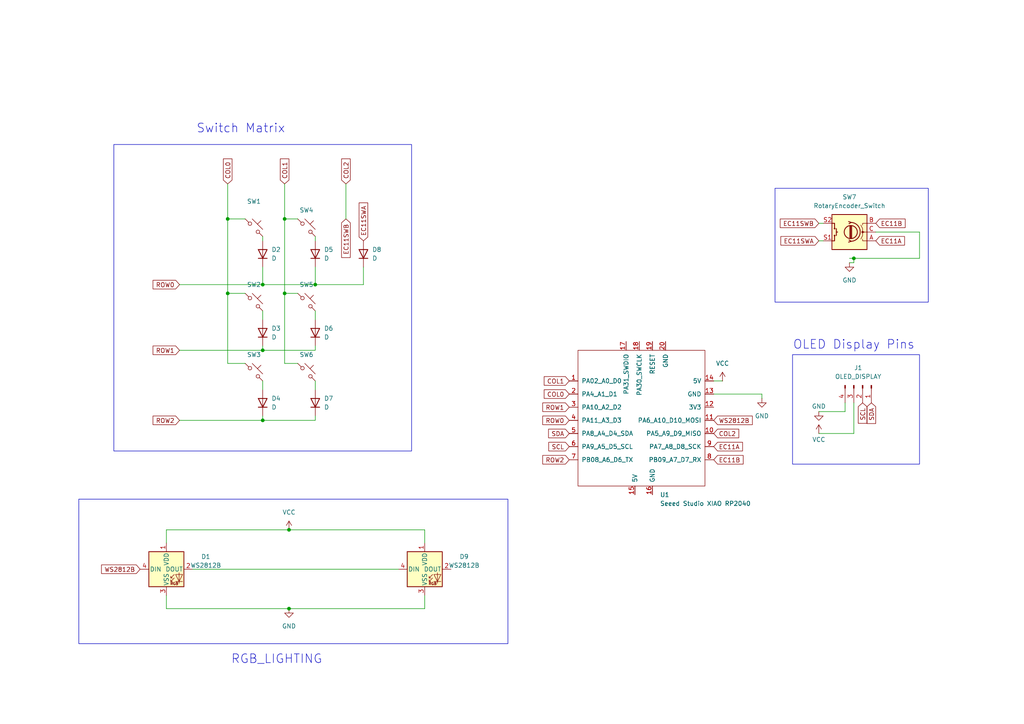
<source format=kicad_sch>
(kicad_sch (version 20250114) (generator "eeschema") (generator_version "9.0")
  (paper "A4")
  (lib_symbols
    (symbol "Connector:Conn_01x04_Pin" (pin_names (offset 1.016) (hide yes))
      (property "Reference" "J" (at 0 5.08 0))
      (property "Value" "Conn_01x04_Pin" (at 0 -7.62 0))
      (symbol "Conn_01x04_Pin_1_1"
        (rectangle (start 0.8636 2.667) (end 0 2.413) (stroke (width 0.1524)) (fill (type outline)))
        (rectangle (start 0.8636 0.127) (end 0 -0.127) (stroke (width 0.1524)) (fill (type outline)))
        (rectangle (start 0.8636 -2.413) (end 0 -2.667) (stroke (width 0.1524)) (fill (type outline)))
        (rectangle (start 0.8636 -4.953) (end 0 -5.207) (stroke (width 0.1524)) (fill (type outline)))
        (polyline (pts (xy 1.27 2.54) (xy 0.8636 2.54)) (stroke (width 0.1524)))
        (polyline (pts (xy 1.27 0) (xy 0.8636 0)) (stroke (width 0.1524)))
        (polyline (pts (xy 1.27 -2.54) (xy 0.8636 -2.54)) (stroke (width 0.1524)))
        (polyline (pts (xy 1.27 -5.08) (xy 0.8636 -5.08)) (stroke (width 0.1524)))
        (pin passive line (at 5.08 2.54 180) (length 3.81) (name "Pin_1") (number "1"))
        (pin passive line (at 5.08 0 180) (length 3.81) (name "Pin_2") (number "2"))
        (pin passive line (at 5.08 -2.54 180) (length 3.81) (name "Pin_3") (number "3"))
        (pin passive line (at 5.08 -5.08 180) (length 3.81) (name "Pin_4") (number "4"))
      )
    )
    (symbol "Device:D" (pin_numbers (hide yes)) (pin_names (offset 1.016) (hide yes))
      (property "Reference" "D" (at 0 2.54 0))
      (property "Value" "D" (at 0 -2.54 0))
      (symbol "D_0_1"
        (polyline (pts (xy -1.27 1.27) (xy -1.27 -1.27)) (stroke (width 0.254)))
        (polyline (pts (xy 1.27 1.27) (xy 1.27 -1.27) (xy -1.27 0) (xy 1.27 1.27)) (stroke (width 0.254)))
        (polyline (pts (xy 1.27 0) (xy -1.27 0)))
      )
      (symbol "D_1_1"
        (pin passive line (at -3.81 0 0) (length 2.54) (name "K") (number "1"))
        (pin passive line (at 3.81 0 180) (length 2.54) (name "A") (number "2"))
      )
    )
    (symbol "Device:RotaryEncoder_Switch" (pin_names (offset 0.254) (hide yes))
      (property "Reference" "SW" (at 0 6.604 0))
      (property "Value" "RotaryEncoder_Switch" (at 0 -6.604 0))
      (symbol "RotaryEncoder_Switch_0_1"
        (rectangle (start -5.08 5.08) (end 5.08 -5.08) (stroke (width 0.254)) (fill (type background)))
        (polyline (pts (xy -5.08 2.54) (xy -3.81 2.54) (xy -3.81 2.032)))
        (polyline (pts (xy -5.08 0) (xy -3.81 0) (xy -3.81 -1.016) (xy -3.302 -2.032)))
        (polyline (pts (xy -5.08 -2.54) (xy -3.81 -2.54) (xy -3.81 -2.032)))
        (polyline (pts (xy -4.318 0) (xy -3.81 0) (xy -3.81 1.016) (xy -3.302 2.032)))
        (circle (center -3.81 0) (radius 0.254) (fill (type outline)))
        (polyline (pts (xy -0.635 -1.778) (xy -0.635 1.778)) (stroke (width 0.254)))
        (circle (center -0.381 0) (radius 1.905) (stroke (width 0.254)))
        (polyline (pts (xy -0.381 -1.778) (xy -0.381 1.778)) (stroke (width 0.254)))
        (arc (start -0.381 -2.794) (mid -3.0988 -0.0635) (end -0.381 2.667) (stroke (width 0.254)))
        (polyline (pts (xy -0.127 1.778) (xy -0.127 -1.778)) (stroke (width 0.254)))
        (polyline (pts (xy 0.254 2.921) (xy -0.508 2.667) (xy 0.127 2.286)) (stroke (width 0.254)))
        (polyline (pts (xy 0.254 -3.048) (xy -0.508 -2.794) (xy 0.127 -2.413)) (stroke (width 0.254)))
        (polyline (pts (xy 3.81 1.016) (xy 3.81 -1.016)) (stroke (width 0.254)))
        (polyline (pts (xy 3.81 0) (xy 3.429 0)) (stroke (width 0.254)))
        (circle (center 4.318 1.016) (radius 0.127) (stroke (width 0.254)))
        (circle (center 4.318 -1.016) (radius 0.127) (stroke (width 0.254)))
        (polyline (pts (xy 5.08 2.54) (xy 4.318 2.54) (xy 4.318 1.016)) (stroke (width 0.254)))
        (polyline (pts (xy 5.08 -2.54) (xy 4.318 -2.54) (xy 4.318 -1.016)) (stroke (width 0.254)))
      )
      (symbol "RotaryEncoder_Switch_1_1"
        (pin passive line (at -7.62 2.54 0) (length 2.54) (name "A") (number "A"))
        (pin passive line (at -7.62 0 0) (length 2.54) (name "C") (number "C"))
        (pin passive line (at -7.62 -2.54 0) (length 2.54) (name "B") (number "B"))
        (pin passive line (at 7.62 2.54 180) (length 2.54) (name "S1") (number "S1"))
        (pin passive line (at 7.62 -2.54 180) (length 2.54) (name "S2") (number "S2"))
      )
    )
    (symbol "LED:WS2812B" (pin_names (offset 0.254))
      (property "Reference" "D" (at 5.08 5.715 0))
      (property "Value" "WS2812B" (at 1.27 -5.715 0))
      (symbol "WS2812B_0_0"
        (text "RGB" (at 2.286 -4.191 0) (effects (font (size 0.762 0.762))))
      )
      (symbol "WS2812B_0_1"
        (polyline (pts (xy 1.27 -2.54) (xy 1.778 -2.54)))
        (polyline (pts (xy 1.27 -3.556) (xy 1.778 -3.556)))
        (polyline (pts (xy 2.286 -1.524) (xy 1.27 -2.54) (xy 1.27 -2.032)))
        (polyline (pts (xy 2.286 -2.54) (xy 1.27 -3.556) (xy 1.27 -3.048)))
        (polyline (pts (xy 3.683 -1.016) (xy 3.683 -3.556) (xy 3.683 -4.064)))
        (polyline (pts (xy 4.699 -1.524) (xy 2.667 -1.524) (xy 3.683 -3.556) (xy 4.699 -1.524)))
        (polyline (pts (xy 4.699 -3.556) (xy 2.667 -3.556)))
        (rectangle (start 5.08 5.08) (end -5.08 -5.08) (stroke (width 0.254)) (fill (type background)))
      )
      (symbol "WS2812B_1_1"
        (pin input line (at -7.62 0 0) (length 2.54) (name "DIN") (number "4"))
        (pin power_in line (at 0 7.62 270) (length 2.54) (name "VDD") (number "1"))
        (pin power_in line (at 0 -7.62 90) (length 2.54) (name "VSS") (number "3"))
        (pin output line (at 7.62 0 180) (length 2.54) (name "DOUT") (number "2"))
      )
    )
    (symbol "Seeed_Studio_XIAO_Series:Seeed Studio XIAO SAMD21" (pin_names (offset 1.016))
      (property "Reference" "U" (at -19.05 22.86 0))
      (property "Value" "Seeed Studio XIAO SAMD21" (at -12.7 21.59 0))
      (symbol "Seeed Studio XIAO SAMD21_0_1"
        (rectangle (start -19.05 20.32) (end 17.78 -19.05))
      )
      (symbol "Seeed Studio XIAO SAMD21_1_1"
        (pin unspecified line (at -21.59 11.43 0) (length 2.54) (name "PA02_A0_D0") (number "1"))
        (pin unspecified line (at -21.59 7.62 0) (length 2.54) (name "PA4_A1_D1") (number "2"))
        (pin unspecified line (at -21.59 3.81 0) (length 2.54) (name "PA10_A2_D2") (number "3"))
        (pin unspecified line (at -21.59 0 0) (length 2.54) (name "PA11_A3_D3") (number "4"))
        (pin unspecified line (at -21.59 -3.81 0) (length 2.54) (name "PA8_A4_D4_SDA") (number "5"))
        (pin unspecified line (at -21.59 -7.62 0) (length 2.54) (name "PA9_A5_D5_SCL") (number "6"))
        (pin unspecified line (at -21.59 -11.43 0) (length 2.54) (name "PB08_A6_D6_TX") (number "7"))
        (pin input line (at -5.08 22.86 270) (length 2.54) (name "PA31_SWDIO") (number "17"))
        (pin input line (at -2.54 -21.59 90) (length 2.54) (name "5V") (number "15"))
        (pin input line (at -1.27 22.86 270) (length 2.54) (name "PA30_SWCLK") (number "18"))
        (pin input line (at 2.54 22.86 270) (length 2.54) (name "RESET") (number "19"))
        (pin input line (at 2.54 -21.59 90) (length 2.54) (name "GND") (number "16"))
        (pin input line (at 6.35 22.86 270) (length 2.54) (name "GND") (number "20"))
        (pin unspecified line (at 20.32 11.43 180) (length 2.54) (name "5V") (number "14"))
        (pin unspecified line (at 20.32 7.62 180) (length 2.54) (name "GND") (number "13"))
        (pin unspecified line (at 20.32 3.81 180) (length 2.54) (name "3V3") (number "12"))
        (pin unspecified line (at 20.32 0 180) (length 2.54) (name "PA6_A10_D10_MOSI") (number "11"))
        (pin unspecified line (at 20.32 -3.81 180) (length 2.54) (name "PA5_A9_D9_MISO") (number "10"))
        (pin unspecified line (at 20.32 -7.62 180) (length 2.54) (name "PA7_A8_D8_SCK") (number "9"))
        (pin unspecified line (at 20.32 -11.43 180) (length 2.54) (name "PB09_A7_D7_RX") (number "8"))
      )
    )
    (symbol "Switch:SW_Push_45deg" (pin_numbers (hide yes)) (pin_names (offset 1.016) (hide yes))
      (property "Reference" "SW" (at 3.048 1.016 0))
      (property "Value" "SW_Push_45deg" (at 0 -3.81 0))
      (symbol "SW_Push_45deg_0_1"
        (polyline (pts (xy -2.54 2.54) (xy -1.524 1.524) (xy -1.524 1.524)))
        (circle (center -1.1684 1.1684) (radius 0.508))
        (polyline (pts (xy -0.508 2.54) (xy 2.54 -0.508)))
        (polyline (pts (xy 1.016 1.016) (xy 2.032 2.032)))
        (circle (center 1.143 -1.1938) (radius 0.508))
        (polyline (pts (xy 1.524 -1.524) (xy 2.54 -2.54) (xy 2.54 -2.54) (xy 2.54 -2.54)))
        (pin passive line (at -2.54 2.54 0) (length 0) (name "1") (number "1"))
        (pin passive line (at 2.54 -2.54 180) (length 0) (name "2") (number "2"))
      )
    )
    (symbol "power:GND" (power) (pin_numbers (hide yes)) (pin_names (offset 0) (hide yes))
      (property "Value" "GND" (at 0 -3.81 0))
      (symbol "GND_0_1"
        (polyline (pts (xy 0 0) (xy 0 -1.27) (xy 1.27 -1.27) (xy 0 -2.54) (xy -1.27 -1.27) (xy 0 -1.27)))
      )
      (symbol "GND_1_1"
        (pin power_in line (at 0 0 270) (length 0) (name "~") (number "1"))
      )
    )
    (symbol "power:VCC" (power) (pin_numbers (hide yes)) (pin_names (offset 0) (hide yes))
      (property "Value" "VCC" (at 0 3.556 0))
      (symbol "VCC_0_1"
        (polyline (pts (xy -0.762 1.27) (xy 0 2.54)))
        (polyline (pts (xy 0 2.54) (xy 0.762 1.27)))
        (polyline (pts (xy 0 0) (xy 0 2.54)))
      )
      (symbol "VCC_1_1"
        (pin power_in line (at 0 0 90) (length 0) (name "~") (number "1"))
      )
    )
  )
  (rectangle (start 22.86 144.78) (end 147.32 186.69))
  (rectangle (start 224.79 54.61) (end 269.24 87.63))
  (rectangle (start 229.87 102.87) (end 266.7 134.62))
  (rectangle (start 33.02 41.91) (end 119.38 130.81))
  (text "OLED Display Pins" (at 247.65 100.076 0) (effects (font (size 2.54 2.54))))
  (text "RGB_LIGHTING" (at 80.264 191.262 0) (effects (font (size 2.54 2.54))))
  (text "Switch Matrix\n" (at 69.85 37.338 0) (effects (font (size 2.54 2.54))))
  (junction (at 66.04 85.09))
  (junction (at 82.55 63.5))
  (junction (at 66.04 63.5))
  (junction (at 76.2 82.55))
  (junction (at 83.82 153.67))
  (junction (at 76.2 101.6))
  (junction (at 83.82 176.53))
  (junction (at 76.2 121.92))
  (junction (at 82.55 85.09))
  (junction (at 91.44 82.55))
  (junction (at 247.65 74.93))
  (wire (pts (xy 66.04 53.34) (xy 66.04 63.5)))
  (wire (pts (xy 76.2 101.6) (xy 91.44 101.6)))
  (wire (pts (xy 52.07 121.92) (xy 76.2 121.92)))
  (wire (pts (xy 55.88 165.1) (xy 115.57 165.1)))
  (wire (pts (xy 82.55 63.5) (xy 82.55 53.34)))
  (wire (pts (xy 76.2 77.47) (xy 76.2 82.55)))
  (wire (pts (xy 220.98 114.3) (xy 207.01 114.3)))
  (wire (pts (xy 220.98 115.57) (xy 220.98 114.3)))
  (wire (pts (xy 76.2 120.65) (xy 76.2 121.92)))
  (wire (pts (xy 66.04 63.5) (xy 71.12 63.5)))
  (wire (pts (xy 237.49 119.38) (xy 245.11 119.38)))
  (wire (pts (xy 52.07 82.55) (xy 76.2 82.55)))
  (wire (pts (xy 247.65 125.73) (xy 247.65 116.84)))
  (wire (pts (xy 48.26 153.67) (xy 83.82 153.67)))
  (wire (pts (xy 91.44 121.92) (xy 91.44 120.65)))
  (wire (pts (xy 82.55 63.5) (xy 86.36 63.5)))
  (wire (pts (xy 91.44 90.17) (xy 91.44 92.71)))
  (wire (pts (xy 105.41 77.47) (xy 105.41 82.55)))
  (wire (pts (xy 105.41 82.55) (xy 91.44 82.55)))
  (wire (pts (xy 83.82 176.53) (xy 123.19 176.53)))
  (wire (pts (xy 82.55 63.5) (xy 82.55 85.09)))
  (wire (pts (xy 247.65 76.2) (xy 246.38 76.2)))
  (wire (pts (xy 247.65 74.93) (xy 247.65 76.2)))
  (wire (pts (xy 66.04 63.5) (xy 66.04 85.09)))
  (wire (pts (xy 48.26 153.67) (xy 48.26 157.48)))
  (wire (pts (xy 82.55 105.41) (xy 86.36 105.41)))
  (wire (pts (xy 207.01 110.49) (xy 209.55 110.49)))
  (wire (pts (xy 123.19 153.67) (xy 123.19 157.48)))
  (wire (pts (xy 247.65 74.93) (xy 266.7 74.93)))
  (wire (pts (xy 237.49 125.73) (xy 247.65 125.73)))
  (wire (pts (xy 48.26 176.53) (xy 83.82 176.53)))
  (wire (pts (xy 76.2 100.33) (xy 76.2 101.6)))
  (wire (pts (xy 100.33 53.34) (xy 100.33 63.5)))
  (wire (pts (xy 52.07 101.6) (xy 76.2 101.6)))
  (wire (pts (xy 91.44 68.58) (xy 91.44 69.85)))
  (wire (pts (xy 91.44 77.47) (xy 91.44 82.55)))
  (wire (pts (xy 237.49 69.85) (xy 238.76 69.85)))
  (wire (pts (xy 66.04 105.41) (xy 71.12 105.41)))
  (wire (pts (xy 245.11 119.38) (xy 245.11 116.84)))
  (wire (pts (xy 76.2 69.85) (xy 76.2 68.58)))
  (wire (pts (xy 76.2 121.92) (xy 91.44 121.92)))
  (wire (pts (xy 66.04 85.09) (xy 71.12 85.09)))
  (wire (pts (xy 266.7 67.31) (xy 254 67.31)))
  (wire (pts (xy 237.49 64.77) (xy 238.76 64.77)))
  (wire (pts (xy 76.2 92.71) (xy 76.2 90.17)))
  (wire (pts (xy 82.55 85.09) (xy 82.55 105.41)))
  (wire (pts (xy 123.19 172.72) (xy 123.19 176.53)))
  (wire (pts (xy 246.38 74.93) (xy 247.65 74.93)))
  (wire (pts (xy 266.7 74.93) (xy 266.7 67.31)))
  (wire (pts (xy 48.26 176.53) (xy 48.26 172.72)))
  (wire (pts (xy 123.19 153.67) (xy 83.82 153.67)))
  (wire (pts (xy 76.2 113.03) (xy 76.2 110.49)))
  (wire (pts (xy 91.44 110.49) (xy 91.44 113.03)))
  (wire (pts (xy 76.2 82.55) (xy 91.44 82.55)))
  (wire (pts (xy 91.44 101.6) (xy 91.44 100.33)))
  (wire (pts (xy 66.04 85.09) (xy 66.04 105.41)))
  (wire (pts (xy 82.55 85.09) (xy 86.36 85.09)))
  (global_label "ROW2" (shape input) (at 52.07 121.92 180) (property "Intersheetrefs" "${INTERSHEET_REFS}" (effects (hide yes))))
  (global_label "ROW0" (shape input) (at 52.07 82.55 180) (property "Intersheetrefs" "${INTERSHEET_REFS}" (effects (hide yes))))
  (global_label "COL0" (shape input) (at 165.1 114.3 180) (property "Intersheetrefs" "${INTERSHEET_REFS}" (effects (hide yes))))
  (global_label "COL1" (shape input) (at 82.55 53.34 90) (property "Intersheetrefs" "${INTERSHEET_REFS}" (effects (hide yes))))
  (global_label "ROW1" (shape input) (at 52.07 101.6 180) (property "Intersheetrefs" "${INTERSHEET_REFS}" (effects (hide yes))))
  (global_label "COL1" (shape input) (at 165.1 110.49 180) (property "Intersheetrefs" "${INTERSHEET_REFS}" (effects (hide yes))))
  (global_label "EC11SWA" (shape input) (at 105.41 69.85 90) (property "Intersheetrefs" "${INTERSHEET_REFS}" (effects (hide yes))))
  (global_label "WS2812B" (shape input) (at 40.64 165.1 180) (property "Intersheetrefs" "${INTERSHEET_REFS}" (effects (hide yes))))
  (global_label "ROW2" (shape input) (at 165.1 133.35 180) (property "Intersheetrefs" "${INTERSHEET_REFS}" (effects (hide yes))))
  (global_label "SDA" (shape input) (at 252.73 116.84 270) (property "Intersheetrefs" "${INTERSHEET_REFS}" (effects (hide yes))))
  (global_label "EC11B" (shape input) (at 254 64.77 0) (property "Intersheetrefs" "${INTERSHEET_REFS}" (effects (hide yes))))
  (global_label "SCL" (shape input) (at 250.19 116.84 270) (property "Intersheetrefs" "${INTERSHEET_REFS}" (effects (hide yes))))
  (global_label "EC11B" (shape input) (at 207.01 133.35 0) (property "Intersheetrefs" "${INTERSHEET_REFS}" (effects (hide yes))))
  (global_label "EC11A" (shape input) (at 254 69.85 0) (property "Intersheetrefs" "${INTERSHEET_REFS}" (effects (hide yes))))
  (global_label "ROW1" (shape input) (at 165.1 118.11 180) (property "Intersheetrefs" "${INTERSHEET_REFS}" (effects (hide yes))))
  (global_label "EC11SWB" (shape input) (at 100.33 63.5 270) (property "Intersheetrefs" "${INTERSHEET_REFS}" (effects (hide yes))))
  (global_label "EC11SWB" (shape input) (at 237.49 64.77 180) (property "Intersheetrefs" "${INTERSHEET_REFS}" (effects (hide yes))))
  (global_label "ROW0" (shape input) (at 165.1 121.92 180) (property "Intersheetrefs" "${INTERSHEET_REFS}" (effects (hide yes))))
  (global_label "SDA" (shape input) (at 165.1 125.73 180) (property "Intersheetrefs" "${INTERSHEET_REFS}" (effects (hide yes))))
  (global_label "SCL" (shape input) (at 165.1 129.54 180) (property "Intersheetrefs" "${INTERSHEET_REFS}" (effects (hide yes))))
  (global_label "WS2812B" (shape input) (at 207.01 121.92 0) (property "Intersheetrefs" "${INTERSHEET_REFS}" (effects (hide yes))))
  (global_label "COL0" (shape input) (at 66.04 53.34 90) (property "Intersheetrefs" "${INTERSHEET_REFS}" (effects (hide yes))))
  (global_label "COL2" (shape input) (at 207.01 125.73 0) (property "Intersheetrefs" "${INTERSHEET_REFS}" (effects (hide yes))))
  (global_label "EC11SWA" (shape input) (at 237.49 69.85 180) (property "Intersheetrefs" "${INTERSHEET_REFS}" (effects (hide yes))))
  (global_label "COL2" (shape input) (at 100.33 53.34 90) (property "Intersheetrefs" "${INTERSHEET_REFS}" (effects (hide yes))))
  (global_label "EC11A" (shape input) (at 207.01 129.54 0) (property "Intersheetrefs" "${INTERSHEET_REFS}" (effects (hide yes))))
  (symbol (lib_id "LED:WS2812B") (at 48.26 165.1 0) (unit 1)
    (property "Reference" "D1" (at 59.69 161.452 0))
    (property "Value" "WS2812B" (at 59.69 163.992 0))
    (property "Footprint" "LED_SMD:LED_WS2812B_PLCC4_5.0x5.0mm_P3.2mm" (effects (hide yes)))
    (property "Datasheet" "https://cdn-shop.adafruit.com/datasheets/WS2812B.pdf" (effects (hide yes)))
    (property "Description" "RGB LED with integrated controller" (effects (hide yes)))
  )
  (symbol (lib_id "Device:D") (at 76.2 116.84 90) (unit 1)
    (property "Reference" "D4" (at 78.74 115.5699 90) (effects (justify right)))
    (property "Value" "D" (at 78.74 118.1099 90) (effects (justify right)))
    (property "Footprint" "Diode_THT:D_DO-35_SOD27_P7.62mm_Horizontal" (effects (hide yes)))
    (property "Description" "Diode" (effects (hide yes)))
    (property "Sim.Device" "D" (effects (hide yes)))
    (property "Sim.Pins" "1=K 2=A" (effects (hide yes)))
  )
  (symbol (lib_id "Device:D") (at 91.44 73.66 90) (unit 1)
    (property "Reference" "D5" (at 93.98 72.3899 90) (effects (justify right)))
    (property "Value" "D" (at 93.98 74.9299 90) (effects (justify right)))
    (property "Footprint" "Diode_THT:D_DO-35_SOD27_P7.62mm_Horizontal" (effects (hide yes)))
    (property "Description" "Diode" (effects (hide yes)))
    (property "Sim.Device" "D" (effects (hide yes)))
    (property "Sim.Pins" "1=K 2=A" (effects (hide yes)))
  )
  (symbol (lib_id "power:GND") (at 237.49 119.38 0) (unit 1)
    (property "Reference" "#PWR05" (effects (hide yes)))
    (property "Value" "GND" (at 237.49 117.856 0))
    (property "Description" "Power symbol creates a global label with name \"GND\" , ground" (effects (hide yes)))
  )
  (symbol (lib_id "Device:D") (at 91.44 96.52 90) (unit 1)
    (property "Reference" "D6" (at 93.98 95.2499 90) (effects (justify right)))
    (property "Value" "D" (at 93.98 97.7899 90) (effects (justify right)))
    (property "Footprint" "Diode_THT:D_DO-35_SOD27_P7.62mm_Horizontal" (effects (hide yes)))
    (property "Description" "Diode" (effects (hide yes)))
    (property "Sim.Device" "D" (effects (hide yes)))
    (property "Sim.Pins" "1=K 2=A" (effects (hide yes)))
  )
  (symbol (lib_id "Device:D") (at 105.41 73.66 90) (unit 1)
    (property "Reference" "D8" (at 107.95 72.3899 90) (effects (justify right)))
    (property "Value" "D" (at 107.95 74.9299 90) (effects (justify right)))
    (property "Footprint" "Diode_THT:D_DO-35_SOD27_P7.62mm_Horizontal" (effects (hide yes)))
    (property "Description" "Diode" (effects (hide yes)))
    (property "Sim.Device" "D" (effects (hide yes)))
    (property "Sim.Pins" "1=K 2=A" (effects (hide yes)))
  )
  (symbol (lib_id "Switch:SW_Push_45deg") (at 88.9 87.63 0) (unit 1)
    (property "Reference" "SW5" (at 88.9 82.55 0))
    (property "Value" "SW_Push_45deg" (effects (hide yes)))
    (property "Footprint" "knihovna:MX-Solderable-1U" (effects (hide yes)))
    (property "Description" "Push button switch, normally open, two pins, 45° tilted" (effects (hide yes)))
  )
  (symbol (lib_id "power:GND") (at 246.38 76.2 0) (unit 1)
    (property "Reference" "#PWR07" (effects (hide yes)))
    (property "Value" "GND" (at 246.38 81.28 0))
    (property "Description" "Power symbol creates a global label with name \"GND\" , ground" (effects (hide yes)))
  )
  (symbol (lib_id "power:VCC") (at 209.55 110.49 0) (unit 1)
    (property "Reference" "#PWR03" (effects (hide yes)))
    (property "Value" "VCC" (at 209.55 105.41 0))
    (property "Description" "Power symbol creates a global label with name \"VCC\"" (effects (hide yes)))
  )
  (symbol (lib_id "Switch:SW_Push_45deg") (at 73.66 66.04 0) (unit 1)
    (property "Reference" "SW1" (at 73.66 58.42 0))
    (property "Value" "SW_Push_45deg" (effects (hide yes)))
    (property "Footprint" "knihovna:MX-Solderable-1U" (effects (hide yes)))
    (property "Description" "Push button switch, normally open, two pins, 45° tilted" (effects (hide yes)))
  )
  (symbol (lib_id "power:GND") (at 220.98 115.57 0) (unit 1)
    (property "Reference" "#PWR04" (effects (hide yes)))
    (property "Value" "GND" (at 220.98 120.65 0))
    (property "Description" "Power symbol creates a global label with name \"GND\" , ground" (effects (hide yes)))
  )
  (symbol (lib_id "LED:WS2812B") (at 123.19 165.1 0) (unit 1)
    (property "Reference" "D9" (at 134.62 161.452 0))
    (property "Value" "WS2812B" (at 134.62 163.992 0))
    (property "Footprint" "LED_SMD:LED_WS2812B_PLCC4_5.0x5.0mm_P3.2mm" (effects (hide yes)))
    (property "Datasheet" "https://cdn-shop.adafruit.com/datasheets/WS2812B.pdf" (effects (hide yes)))
    (property "Description" "RGB LED with integrated controller" (effects (hide yes)))
  )
  (symbol (lib_id "Switch:SW_Push_45deg") (at 88.9 66.04 0) (unit 1)
    (property "Reference" "SW4" (at 88.9 60.96 0))
    (property "Value" "SW_Push_45deg" (effects (hide yes)))
    (property "Footprint" "knihovna:MX-Solderable-1U" (effects (hide yes)))
    (property "Description" "Push button switch, normally open, two pins, 45° tilted" (effects (hide yes)))
  )
  (symbol (lib_id "Switch:SW_Push_45deg") (at 73.66 87.63 0) (unit 1)
    (property "Reference" "SW2" (at 73.66 82.55 0))
    (property "Value" "SW_Push_45deg" (effects (hide yes)))
    (property "Footprint" "knihovna:MX-Solderable-1U" (effects (hide yes)))
    (property "Description" "Push button switch, normally open, two pins, 45° tilted" (effects (hide yes)))
  )
  (symbol (lib_id "power:VCC") (at 83.82 153.67 0) (unit 1)
    (property "Reference" "#PWR01" (effects (hide yes)))
    (property "Value" "VCC" (at 83.82 148.59 0))
    (property "Description" "Power symbol creates a global label with name \"VCC\"" (effects (hide yes)))
  )
  (symbol (lib_id "Connector:Conn_01x04_Pin") (at 250.19 111.76 270) (unit 1)
    (property "Reference" "J1" (at 248.92 106.68 90))
    (property "Value" "OLED_DISPLAY" (at 248.92 109.22 90))
    (property "Footprint" "Connector_PinHeader_2.54mm:PinHeader_1x04_P2.54mm_Vertical" (effects (hide yes)))
    (property "Description" "Generic connector, single row, 01x04, script generated" (effects (hide yes)))
  )
  (symbol (lib_id "Device:D") (at 76.2 96.52 90) (unit 1)
    (property "Reference" "D3" (at 78.74 95.2499 90) (effects (justify right)))
    (property "Value" "D" (at 78.74 97.7899 90) (effects (justify right)))
    (property "Footprint" "Diode_THT:D_DO-35_SOD27_P7.62mm_Horizontal" (effects (hide yes)))
    (property "Description" "Diode" (effects (hide yes)))
    (property "Sim.Device" "D" (effects (hide yes)))
    (property "Sim.Pins" "1=K 2=A" (effects (hide yes)))
  )
  (symbol (lib_id "Switch:SW_Push_45deg") (at 73.66 107.95 0) (unit 1)
    (property "Reference" "SW3" (at 73.66 102.87 0))
    (property "Value" "SW_Push_45deg" (effects (hide yes)))
    (property "Footprint" "knihovna:MX-Solderable-1U" (effects (hide yes)))
    (property "Description" "Push button switch, normally open, two pins, 45° tilted" (effects (hide yes)))
  )
  (symbol (lib_id "Switch:SW_Push_45deg") (at 88.9 107.95 0) (unit 1)
    (property "Reference" "SW6" (at 88.9 102.87 0))
    (property "Value" "SW_Push_45deg" (effects (hide yes)))
    (property "Footprint" "knihovna:MX-Solderable-1U" (effects (hide yes)))
    (property "Description" "Push button switch, normally open, two pins, 45° tilted" (effects (hide yes)))
  )
  (symbol (lib_id "Device:RotaryEncoder_Switch") (at 246.38 67.31 180) (unit 1)
    (property "Reference" "SW7" (at 246.38 57.15 0))
    (property "Value" "RotaryEncoder_Switch" (at 246.38 59.69 0))
    (property "Footprint" "knihovna:RotaryEncoder_Alps_EC11E-Switch_Vertical_H20mm" (effects (hide yes)))
    (property "Description" "Rotary encoder, dual channel, incremental quadrate outputs, with switch" (effects (hide yes)))
  )
  (symbol (lib_id "power:VCC") (at 237.49 125.73 0) (unit 1)
    (property "Reference" "#PWR06" (effects (hide yes)))
    (property "Value" "VCC" (at 237.49 127.508 0))
    (property "Description" "Power symbol creates a global label with name \"VCC\"" (effects (hide yes)))
  )
  (symbol (lib_id "Device:D") (at 76.2 73.66 90) (unit 1)
    (property "Reference" "D2" (at 78.74 72.3899 90) (effects (justify right)))
    (property "Value" "D" (at 78.74 74.9299 90) (effects (justify right)))
    (property "Footprint" "Diode_THT:D_DO-35_SOD27_P7.62mm_Horizontal" (effects (hide yes)))
    (property "Description" "Diode" (effects (hide yes)))
    (property "Sim.Device" "D" (effects (hide yes)))
    (property "Sim.Pins" "1=K 2=A" (effects (hide yes)))
  )
  (symbol (lib_id "Device:D") (at 91.44 116.84 90) (unit 1)
    (property "Reference" "D7" (at 93.98 115.5699 90) (effects (justify right)))
    (property "Value" "D" (at 93.98 118.1099 90) (effects (justify right)))
    (property "Footprint" "Diode_THT:D_DO-35_SOD27_P7.62mm_Horizontal" (effects (hide yes)))
    (property "Description" "Diode" (effects (hide yes)))
    (property "Sim.Device" "D" (effects (hide yes)))
    (property "Sim.Pins" "1=K 2=A" (effects (hide yes)))
  )
  (symbol (lib_id "Seeed_Studio_XIAO_Series:Seeed Studio XIAO SAMD21") (at 186.69 121.92 0) (unit 1)
    (property "Reference" "U1" (at 191.4241 143.51 0) (effects (justify left)))
    (property "Value" "Seeed Studio XIAO RP2040" (at 191.4241 146.05 0) (effects (justify left)))
    (property "Footprint" "knihovna:XIAO-Generic-Hybrid-14P-2.54-21X17.8MM" (effects (hide yes)))
  )
  (symbol (lib_id "power:GND") (at 83.82 176.53 0) (unit 1)
    (property "Reference" "#PWR02" (effects (hide yes)))
    (property "Value" "GND" (at 83.82 181.61 0))
    (property "Description" "Power symbol creates a global label with name \"GND\" , ground" (effects (hide yes)))
  )
)
</source>
